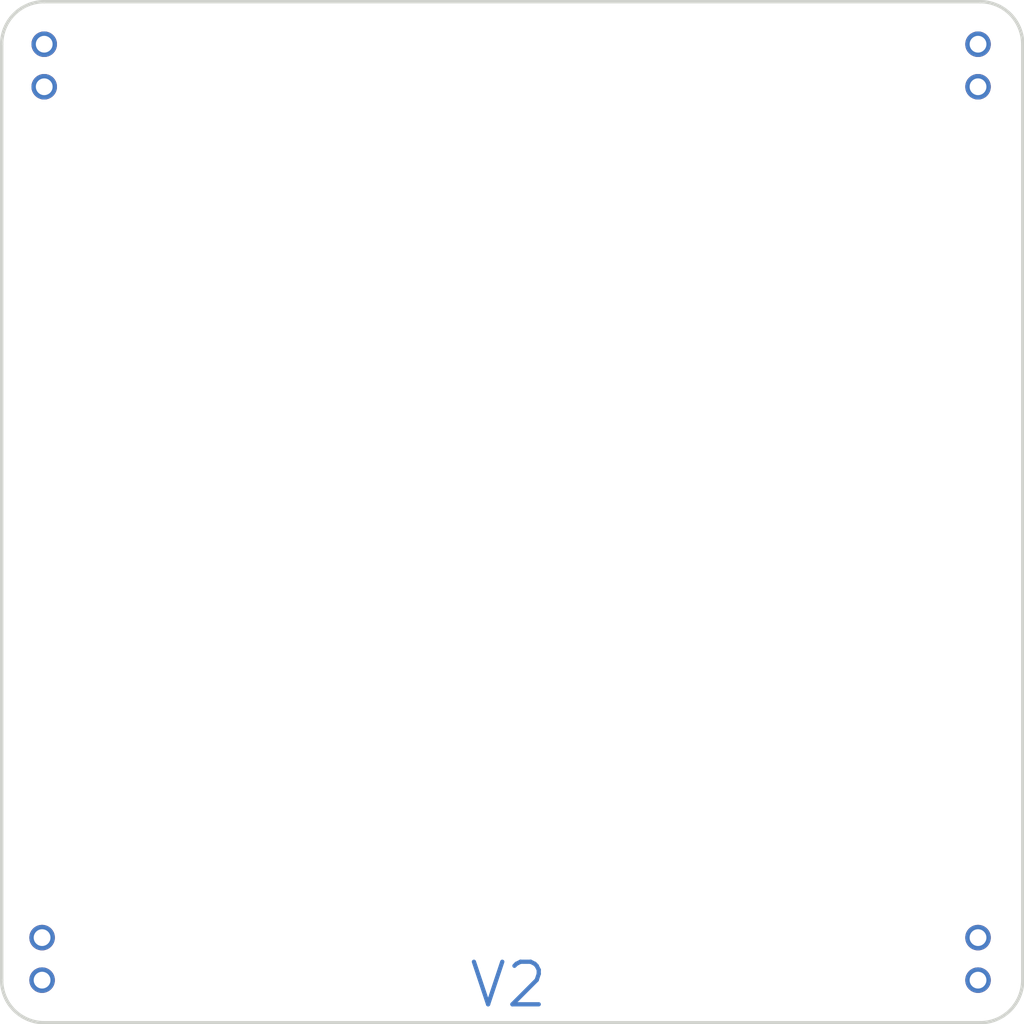
<source format=kicad_pcb>
(kicad_pcb (version 20171130) (host pcbnew "(5.0.1)-4")

  (general
    (thickness 1.6)
    (drawings 9)
    (tracks 0)
    (zones 0)
    (modules 10)
    (nets 1)
  )

  (page A4)
  (layers
    (0 F.Cu signal)
    (31 B.Cu signal)
    (32 B.Adhes user hide)
    (33 F.Adhes user hide)
    (34 B.Paste user hide)
    (35 F.Paste user hide)
    (36 B.SilkS user hide)
    (37 F.SilkS user)
    (38 B.Mask user)
    (39 F.Mask user)
    (40 Dwgs.User user hide)
    (41 Cmts.User user hide)
    (42 Eco1.User user hide)
    (43 Eco2.User user hide)
    (44 Edge.Cuts user)
    (45 Margin user hide)
    (46 B.CrtYd user hide)
    (47 F.CrtYd user hide)
    (48 B.Fab user hide)
    (49 F.Fab user hide)
  )

  (setup
    (last_trace_width 0.254)
    (user_trace_width 0.254)
    (user_trace_width 0.254)
    (trace_clearance 0.1778)
    (zone_clearance 0.254)
    (zone_45_only no)
    (trace_min 0.2032)
    (segment_width 0.2)
    (edge_width 0.2)
    (via_size 0.635)
    (via_drill 0.381)
    (via_min_size 0.381)
    (via_min_drill 0.254)
    (user_via 0.508 0.254)
    (user_via 1.016 0.508)
    (user_via 5.588 3.175)
    (uvia_size 1.27)
    (uvia_drill 0.381)
    (uvias_allowed no)
    (uvia_min_size 0.254)
    (uvia_min_drill 0.1)
    (pcb_text_width 0.3)
    (pcb_text_size 1.5 1.5)
    (mod_edge_width 0.15)
    (mod_text_size 1 1)
    (mod_text_width 0.15)
    (pad_size 1.524 1.524)
    (pad_drill 0.999998)
    (pad_to_mask_clearance 0.2032)
    (solder_mask_min_width 0.254)
    (aux_axis_origin 0 0)
    (visible_elements 7FFFFFFF)
    (pcbplotparams
      (layerselection 0x010e0_ffffffff)
      (usegerberextensions false)
      (usegerberattributes false)
      (usegerberadvancedattributes false)
      (creategerberjobfile false)
      (excludeedgelayer true)
      (linewidth 0.100000)
      (plotframeref false)
      (viasonmask false)
      (mode 1)
      (useauxorigin false)
      (hpglpennumber 1)
      (hpglpenspeed 20)
      (hpglpendiameter 15.000000)
      (psnegative false)
      (psa4output false)
      (plotreference true)
      (plotvalue true)
      (plotinvisibletext false)
      (padsonsilk false)
      (subtractmaskfromsilk false)
      (outputformat 1)
      (mirror false)
      (drillshape 0)
      (scaleselection 1)
      (outputdirectory "PCB2-Order/"))
  )

  (net 0 "")

  (net_class Default "This is the default net class."
    (clearance 0.1778)
    (trace_width 0.254)
    (via_dia 0.635)
    (via_drill 0.381)
    (uvia_dia 1.27)
    (uvia_drill 0.381)
    (diff_pair_gap 2.54)
    (diff_pair_width 2.54)
  )

  (net_class SMT ""
    (clearance 0.1778)
    (trace_width 0.254)
    (via_dia 0.635)
    (via_drill 0.381)
    (uvia_dia 0.508)
    (uvia_drill 0.381)
    (diff_pair_gap 2.54)
    (diff_pair_width 2.54)
  )

  (module Measurement_Points:Measurement_Point_Round-TH_Small (layer F.Cu) (tedit 5D645C48) (tstamp 5D645D0A)
    (at 122.555 109.22)
    (descr "Mesurement Point, Square, Trough Hole,  DM 1.5mm, Drill 0.8mm,")
    (tags "Mesurement Point Round Trough Hole 1.5mm Drill 0.8mm")
    (attr virtual)
    (fp_text reference REF** (at 0 -2) (layer F.SilkS) hide
      (effects (font (size 1 1) (thickness 0.15)))
    )
    (fp_text value Measurement_Point_Round-TH_Small (at 0 2) (layer F.Fab)
      (effects (font (size 1 1) (thickness 0.15)))
    )
    (fp_circle (center 0 0) (end 1 0) (layer F.CrtYd) (width 0.05))
    (pad 1 thru_hole circle (at -0.127 0) (size 1.524 1.524) (drill 0.999998) (layers *.Cu *.Mask))
  )

  (module Measurement_Points:Measurement_Point_Round-TH_Small (layer F.Cu) (tedit 5D645C5A) (tstamp 5D645CF5)
    (at 178.435 109.22)
    (descr "Mesurement Point, Square, Trough Hole,  DM 1.5mm, Drill 0.8mm,")
    (tags "Mesurement Point Round Trough Hole 1.5mm Drill 0.8mm")
    (attr virtual)
    (fp_text reference REF** (at 0 -2) (layer F.SilkS) hide
      (effects (font (size 1 1) (thickness 0.15)))
    )
    (fp_text value Measurement_Point_Round-TH_Small (at 0 2) (layer F.Fab)
      (effects (font (size 1 1) (thickness 0.15)))
    )
    (fp_circle (center 0 0) (end 1 0) (layer F.CrtYd) (width 0.05))
    (pad 1 thru_hole circle (at -0.127 0) (size 1.524 1.524) (drill 0.999998) (layers *.Cu *.Mask))
  )

  (module Measurement_Points:Measurement_Point_Round-TH_Small (layer F.Cu) (tedit 5D645C63) (tstamp 5D645CE0)
    (at 178.435 58.42)
    (descr "Mesurement Point, Square, Trough Hole,  DM 1.5mm, Drill 0.8mm,")
    (tags "Mesurement Point Round Trough Hole 1.5mm Drill 0.8mm")
    (attr virtual)
    (fp_text reference REF** (at 0 -2) (layer F.SilkS) hide
      (effects (font (size 1 1) (thickness 0.15)))
    )
    (fp_text value Measurement_Point_Round-TH_Small (at 0 2) (layer F.Fab)
      (effects (font (size 1 1) (thickness 0.15)))
    )
    (fp_circle (center 0 0) (end 1 0) (layer F.CrtYd) (width 0.05))
    (pad 1 thru_hole circle (at -0.127 0) (size 1.524 1.524) (drill 0.999998) (layers *.Cu *.Mask))
  )

  (module Measurement_Points:Measurement_Point_Round-TH_Small (layer F.Cu) (tedit 5D645C77) (tstamp 5D645CCB)
    (at 122.555 58.42)
    (descr "Mesurement Point, Square, Trough Hole,  DM 1.5mm, Drill 0.8mm,")
    (tags "Mesurement Point Round Trough Hole 1.5mm Drill 0.8mm")
    (attr virtual)
    (fp_text reference REF** (at 0 -2) (layer F.SilkS) hide
      (effects (font (size 1 1) (thickness 0.15)))
    )
    (fp_text value Measurement_Point_Round-TH_Small (at 0 2) (layer F.Fab)
      (effects (font (size 1 1) (thickness 0.15)))
    )
    (fp_circle (center 0 0) (end 1 0) (layer F.CrtYd) (width 0.05))
    (pad 1 thru_hole circle (at 0 0) (size 1.524 1.524) (drill 0.999998) (layers *.Cu *.Mask))
  )

  (module Measurement_Points:Measurement_Point_Round-TH_Small (layer F.Cu) (tedit 5D645C48) (tstamp 5C705284)
    (at 122.555 111.76)
    (descr "Mesurement Point, Square, Trough Hole,  DM 1.5mm, Drill 0.8mm,")
    (tags "Mesurement Point Round Trough Hole 1.5mm Drill 0.8mm")
    (attr virtual)
    (fp_text reference REF** (at 0 -2) (layer F.SilkS) hide
      (effects (font (size 1 1) (thickness 0.15)))
    )
    (fp_text value Measurement_Point_Round-TH_Small (at 0 2) (layer F.Fab)
      (effects (font (size 1 1) (thickness 0.15)))
    )
    (fp_circle (center 0 0) (end 1 0) (layer F.CrtYd) (width 0.05))
    (pad 1 thru_hole circle (at -0.127 0) (size 1.524 1.524) (drill 0.999998) (layers *.Cu *.Mask))
  )

  (module Measurement_Points:Measurement_Point_Round-TH_Small (layer F.Cu) (tedit 5D645C5A) (tstamp 5C70527F)
    (at 178.435 111.76)
    (descr "Mesurement Point, Square, Trough Hole,  DM 1.5mm, Drill 0.8mm,")
    (tags "Mesurement Point Round Trough Hole 1.5mm Drill 0.8mm")
    (attr virtual)
    (fp_text reference REF** (at 0 -2) (layer F.SilkS) hide
      (effects (font (size 1 1) (thickness 0.15)))
    )
    (fp_text value Measurement_Point_Round-TH_Small (at 0 2) (layer F.Fab)
      (effects (font (size 1 1) (thickness 0.15)))
    )
    (fp_circle (center 0 0) (end 1 0) (layer F.CrtYd) (width 0.05))
    (pad 1 thru_hole circle (at -0.127 0) (size 1.524 1.524) (drill 0.999998) (layers *.Cu *.Mask))
  )

  (module Measurement_Points:Measurement_Point_Round-TH_Small (layer F.Cu) (tedit 5D645C77) (tstamp 5C705264)
    (at 122.555 55.88)
    (descr "Mesurement Point, Square, Trough Hole,  DM 1.5mm, Drill 0.8mm,")
    (tags "Mesurement Point Round Trough Hole 1.5mm Drill 0.8mm")
    (attr virtual)
    (fp_text reference REF** (at 0 -2) (layer F.SilkS) hide
      (effects (font (size 1 1) (thickness 0.15)))
    )
    (fp_text value Measurement_Point_Round-TH_Small (at 0 2) (layer F.Fab)
      (effects (font (size 1 1) (thickness 0.15)))
    )
    (fp_circle (center 0 0) (end 1 0) (layer F.CrtYd) (width 0.05))
    (pad 1 thru_hole circle (at 0 0) (size 1.524 1.524) (drill 0.999998) (layers *.Cu *.Mask))
  )

  (module km-noob-badge-kit:km-logo-soldermask (layer F.Cu) (tedit 5C702291) (tstamp 5C6F796B)
    (at 150.495 83.82)
    (fp_text reference G*** (at 0 0) (layer F.SilkS) hide
      (effects (font (size 1.524 1.524) (thickness 0.3)))
    )
    (fp_text value LOGO (at 0.75 0) (layer F.SilkS) hide
      (effects (font (size 1.524 1.524) (thickness 0.3)))
    )
    (fp_poly (pts (xy -6.08759 -25.905587) (xy -4.110666 -25.905372) (xy -1.9762 -25.905146) (xy 0 -25.90506)
      (xy 2.275696 -25.905172) (xy 4.388384 -25.905405) (xy 6.344391 -25.905607) (xy 8.150043 -25.905622)
      (xy 9.811666 -25.905299) (xy 11.335585 -25.904482) (xy 12.728128 -25.903018) (xy 13.995619 -25.900753)
      (xy 15.144385 -25.897534) (xy 16.180752 -25.893207) (xy 17.111045 -25.887619) (xy 17.941592 -25.880615)
      (xy 18.678717 -25.872041) (xy 19.328746 -25.861745) (xy 19.898007 -25.849573) (xy 20.392824 -25.83537)
      (xy 20.819524 -25.818984) (xy 21.184432 -25.800259) (xy 21.493875 -25.779044) (xy 21.754179 -25.755183)
      (xy 21.971669 -25.728524) (xy 22.152672 -25.698912) (xy 22.303514 -25.666194) (xy 22.43052 -25.630216)
      (xy 22.540017 -25.590825) (xy 22.63833 -25.547866) (xy 22.731786 -25.501187) (xy 22.82671 -25.450633)
      (xy 22.929429 -25.39605) (xy 23.029334 -25.345521) (xy 23.422265 -25.127828) (xy 23.788781 -24.862978)
      (xy 24.180289 -24.512049) (xy 24.344759 -24.34959) (xy 24.864654 -23.772007) (xy 25.254087 -23.20452)
      (xy 25.541452 -22.598583) (xy 25.740746 -21.962871) (xy 25.758357 -21.891479) (xy 25.774687 -21.815924)
      (xy 25.789784 -21.729852) (xy 25.803697 -21.62691) (xy 25.816473 -21.500743) (xy 25.828161 -21.344997)
      (xy 25.838809 -21.15332) (xy 25.848467 -20.919356) (xy 25.857181 -20.636752) (xy 25.865002 -20.299154)
      (xy 25.871976 -19.900209) (xy 25.878153 -19.433562) (xy 25.883581 -18.89286) (xy 25.888308 -18.271748)
      (xy 25.892382 -17.563874) (xy 25.895853 -16.762882) (xy 25.898767 -15.86242) (xy 25.901175 -14.856133)
      (xy 25.903124 -13.737667) (xy 25.904662 -12.500669) (xy 25.905838 -11.138785) (xy 25.9067 -9.645661)
      (xy 25.907297 -8.014942) (xy 25.907678 -6.240276) (xy 25.907889 -4.315309) (xy 25.907981 -2.233685)
      (xy 25.908 0) (xy 25.907983 2.24351) (xy 25.9079 4.324044) (xy 25.907702 6.247957)
      (xy 25.907339 8.021607) (xy 25.906763 9.651349) (xy 25.905924 11.143541) (xy 25.904773 12.504539)
      (xy 25.903262 13.740699) (xy 25.901341 14.858379) (xy 25.898961 15.863934) (xy 25.896073 16.763721)
      (xy 25.892628 17.564097) (xy 25.888578 18.271418) (xy 25.883872 18.892041) (xy 25.878461 19.432322)
      (xy 25.872298 19.898618) (xy 25.865332 20.297286) (xy 25.857515 20.634682) (xy 25.848797 20.917162)
      (xy 25.83913 21.151083) (xy 25.828464 21.342802) (xy 25.816751 21.498676) (xy 25.80394 21.625059)
      (xy 25.789984 21.728311) (xy 25.774833 21.814786) (xy 25.758438 21.890841) (xy 25.74075 21.962834)
      (xy 25.738384 21.972107) (xy 25.430761 22.867758) (xy 24.991747 23.659135) (xy 24.419371 24.34835)
      (xy 23.711661 24.937511) (xy 22.866648 25.428731) (xy 22.271406 25.685608) (xy 21.801667 25.865667)
      (xy 0.211667 25.878045) (xy -1.692925 25.87887) (xy -3.555173 25.879154) (xy -5.36783 25.878914)
      (xy -7.123648 25.878169) (xy -8.815381 25.876938) (xy -10.435779 25.875239) (xy -11.977597 25.873091)
      (xy -13.433585 25.870512) (xy -14.796496 25.867521) (xy -16.059084 25.864136) (xy -17.214099 25.860376)
      (xy -18.254296 25.856259) (xy -19.172425 25.851805) (xy -19.961239 25.84703) (xy -20.613491 25.841955)
      (xy -21.121933 25.836598) (xy -21.479318 25.830976) (xy -21.678398 25.825109) (xy -21.717 25.821958)
      (xy -22.575544 25.564151) (xy -23.376123 25.157853) (xy -24.100888 24.619084) (xy -24.731988 23.963864)
      (xy -25.251573 23.208216) (xy -25.641793 22.36816) (xy -25.677408 22.267334) (xy -25.865666 21.717)
      (xy -25.887805 0.274412) (xy -25.890283 -2.015532) (xy -25.892719 -4.14243) (xy -25.894965 -6.112567)
      (xy -25.895563 -6.682279) (xy -22.606 -6.682279) (xy -22.605754 -4.896738) (xy -22.604979 -3.273787)
      (xy -22.60362 -1.806684) (xy -22.601621 -0.488687) (xy -22.598926 0.686948) (xy -22.59548 1.726961)
      (xy -22.591227 2.638097) (xy -22.586112 3.427096) (xy -22.580079 4.100702) (xy -22.573073 4.665657)
      (xy -22.565037 5.128703) (xy -22.555916 5.496583) (xy -22.545656 5.776039) (xy -22.534199 5.973813)
      (xy -22.521491 6.096649) (xy -22.507476 6.151287) (xy -22.500166 6.155229) (xy -22.410531 6.106438)
      (xy -22.186655 5.979935) (xy -21.840873 5.7828) (xy -21.385517 5.522117) (xy -20.83292 5.204965)
      (xy -20.195415 4.838429) (xy -19.485336 4.429588) (xy -18.715016 3.985526) (xy -17.896787 3.513323)
      (xy -17.483666 3.274719) (xy -12.573 0.437764) (xy -12.516393 -0.462279) (xy -12.344022 -1.887677)
      (xy -12.013149 -3.264683) (xy -11.53027 -4.582976) (xy -10.90188 -5.832235) (xy -10.134474 -7.002141)
      (xy -9.23455 -8.082374) (xy -8.208601 -9.062613) (xy -7.063124 -9.932539) (xy -6.230276 -10.449529)
      (xy -5.344216 -10.892164) (xy -4.349737 -11.280942) (xy -3.304171 -11.596649) (xy -2.26485 -11.820071)
      (xy -2.032 -11.856488) (xy -1.501243 -11.909662) (xy -0.861209 -11.937421) (xy -0.167869 -11.940447)
      (xy 0.522809 -11.919421) (xy 1.154856 -11.875025) (xy 1.651 -11.811654) (xy 2.259272 -11.683858)
      (xy 2.94314 -11.501904) (xy 3.642039 -11.284647) (xy 4.295405 -11.050941) (xy 4.842673 -10.81964)
      (xy 4.852656 -10.814914) (xy 5.429645 -10.541) (xy 3.116989 -9.210917) (xy 2.436668 -8.815621)
      (xy 1.865872 -8.475575) (xy 1.412634 -8.195851) (xy 1.084984 -7.981521) (xy 0.890955 -7.837654)
      (xy 0.837452 -7.771583) (xy 0.950771 -7.350411) (xy 0.993045 -7.058581) (xy 0.966642 -6.872841)
      (xy 0.934389 -6.819348) (xy 0.761671 -6.701716) (xy 0.559136 -6.738571) (xy 0.317396 -6.93278)
      (xy 0.223412 -7.036559) (xy -0.074371 -7.384452) (xy -1.751686 -6.431152) (xy -2.235854 -6.155149)
      (xy -2.670989 -5.905524) (xy -3.035328 -5.694891) (xy -3.307109 -5.535862) (xy -3.464572 -5.441049)
      (xy -3.494036 -5.421323) (xy -3.459467 -5.344691) (xy -3.348159 -5.135115) (xy -3.167954 -4.806347)
      (xy -2.926696 -4.372138) (xy -2.63223 -3.846239) (xy -2.292399 -3.242401) (xy -1.915046 -2.574376)
      (xy -1.508015 -1.855915) (xy -1.07915 -1.100769) (xy -0.636294 -0.322689) (xy -0.187292 0.464572)
      (xy 0.260014 1.247265) (xy 0.69778 2.011637) (xy 1.118161 2.743937) (xy 1.513315 3.430415)
      (xy 1.875398 4.057319) (xy 2.196566 4.610897) (xy 2.468975 5.077398) (xy 2.684782 5.443071)
      (xy 2.836142 5.694166) (xy 2.915214 5.816929) (xy 2.918948 5.821747) (xy 2.992361 5.786837)
      (xy 3.187 5.680537) (xy 3.478052 5.517172) (xy 3.840706 5.311066) (xy 4.25015 5.076545)
      (xy 4.681573 4.827932) (xy 5.110163 4.579555) (xy 5.511109 4.345736) (xy 5.859599 4.140801)
      (xy 6.130821 3.979075) (xy 6.299964 3.874883) (xy 6.343815 3.844408) (xy 6.339464 3.750062)
      (xy 6.28653 3.550466) (xy 6.23593 3.399758) (xy 6.14441 3.057568) (xy 6.163158 2.827528)
      (xy 6.295584 2.690426) (xy 6.367002 2.661604) (xy 6.507413 2.664728) (xy 6.685681 2.770306)
      (xy 6.903933 2.966866) (xy 7.270173 3.326304) (xy 9.371253 2.11389) (xy 9.922127 1.795569)
      (xy 10.433435 1.499272) (xy 10.884362 1.237126) (xy 11.254095 1.021258) (xy 11.52182 0.863796)
      (xy 11.666722 0.776868) (xy 11.676569 0.770668) (xy 11.880805 0.639859) (xy 11.821078 1.356033)
      (xy 11.688963 2.392261) (xy 11.462579 3.390265) (xy 11.129141 4.394278) (xy 10.675868 5.448537)
      (xy 10.581622 5.644883) (xy 9.897322 6.859882) (xy 9.078137 7.981292) (xy 8.136024 8.999857)
      (xy 7.082938 9.906317) (xy 5.930835 10.691417) (xy 4.691671 11.345898) (xy 3.377401 11.860502)
      (xy 2.112998 12.202274) (xy 1.521364 12.299297) (xy 0.821623 12.366132) (xy 0.06116 12.402272)
      (xy -0.712637 12.407208) (xy -1.452383 12.380433) (xy -2.110692 12.321439) (xy -2.54 12.25214)
      (xy -3.648803 11.972909) (xy -4.725645 11.609133) (xy -5.70707 11.18251) (xy -5.790876 11.140595)
      (xy -6.644915 10.708113) (xy -14.582937 15.278624) (xy -15.843465 16.004704) (xy -16.964889 16.651427)
      (xy -17.95508 17.223526) (xy -18.821913 17.725737) (xy -19.573258 18.162793) (xy -20.216988 18.53943)
      (xy -20.760976 18.860382) (xy -21.213095 19.130383) (xy -21.581217 19.354168) (xy -21.873213 19.536471)
      (xy -22.096958 19.682027) (xy -22.260323 19.795571) (xy -22.371181 19.881837) (xy -22.437405 19.94556)
      (xy -22.466866 19.991474) (xy -22.468585 20.021067) (xy -22.172268 20.711387) (xy -21.735502 21.330403)
      (xy -21.179898 21.855893) (xy -20.527071 22.265637) (xy -20.115449 22.440412) (xy -20.062861 22.457208)
      (xy -19.998761 22.472736) (xy -19.916606 22.48705) (xy -19.809854 22.500201) (xy -19.671963 22.512242)
      (xy -19.49639 22.523224) (xy -19.276594 22.533198) (xy -19.006032 22.542218) (xy -18.678161 22.550334)
      (xy -18.286441 22.5576) (xy -17.824328 22.564066) (xy -17.285279 22.569784) (xy -16.662754 22.574807)
      (xy -15.950209 22.579187) (xy -15.141103 22.582974) (xy -14.228893 22.586222) (xy -13.207036 22.588982)
      (xy -12.068991 22.591306) (xy -10.808216 22.593246) (xy -9.418168 22.594854) (xy -7.892304 22.596181)
      (xy -6.224084 22.59728) (xy -4.406963 22.598203) (xy -2.434401 22.599001) (xy -0.299855 22.599727)
      (xy -0.025018 22.599814) (xy 19.634964 22.606) (xy 20.180263 22.408067) (xy 20.898614 22.061727)
      (xy 21.508362 21.587448) (xy 22.000495 20.994243) (xy 22.365999 20.291125) (xy 22.408067 20.180263)
      (xy 22.606 19.634964) (xy 22.606 0.009403) (xy 22.60597 -2.141568) (xy 22.605844 -4.129777)
      (xy 22.605569 -5.961797) (xy 22.605093 -7.6442) (xy 22.604365 -9.183558) (xy 22.60333 -10.586441)
      (xy 22.601936 -11.859424) (xy 22.600132 -13.009077) (xy 22.597864 -14.041972) (xy 22.59508 -14.964681)
      (xy 22.591728 -15.783777) (xy 22.587755 -16.505832) (xy 22.583108 -17.137416) (xy 22.577734 -17.685103)
      (xy 22.571582 -18.155464) (xy 22.564599 -18.555072) (xy 22.556733 -18.890497) (xy 22.54793 -19.168313)
      (xy 22.538138 -19.39509) (xy 22.527305 -19.577402) (xy 22.515378 -19.72182) (xy 22.502305 -19.834916)
      (xy 22.488033 -19.923262) (xy 22.472509 -19.99343) (xy 22.455682 -20.051991) (xy 22.445417 -20.082899)
      (xy 22.192043 -20.667074) (xy 21.846883 -21.176955) (xy 21.450435 -21.598238) (xy 21.015295 -21.971435)
      (xy 20.598283 -22.234283) (xy 20.135775 -22.424727) (xy 19.987133 -22.470927) (xy 19.924991 -22.485858)
      (xy 19.839859 -22.499659) (xy 19.725254 -22.512374) (xy 19.5747 -22.524046) (xy 19.381714 -22.53472)
      (xy 19.139819 -22.544439) (xy 18.842534 -22.553247) (xy 18.483379 -22.561188) (xy 18.055875 -22.568305)
      (xy 17.553542 -22.574643) (xy 16.969901 -22.580244) (xy 16.298471 -22.585153) (xy 15.532774 -22.589414)
      (xy 14.666328 -22.59307) (xy 13.692656 -22.596164) (xy 12.605276 -22.598742) (xy 11.39771 -22.600846)
      (xy 10.063477 -22.60252) (xy 8.596098 -22.603808) (xy 6.989093 -22.604753) (xy 5.235983 -22.605401)
      (xy 3.330288 -22.605793) (xy 1.265528 -22.605974) (xy -0.018038 -22.606) (xy -2.16261 -22.60599)
      (xy -4.144454 -22.605921) (xy -5.970177 -22.605736) (xy -7.646383 -22.605377) (xy -9.179679 -22.604787)
      (xy -10.57667 -22.603907) (xy -11.843962 -22.602681) (xy -12.988161 -22.601051) (xy -14.015872 -22.598959)
      (xy -14.933702 -22.596347) (xy -15.748255 -22.593158) (xy -16.466138 -22.589334) (xy -17.093956 -22.584818)
      (xy -17.638315 -22.579552) (xy -18.105821 -22.573478) (xy -18.50308 -22.566539) (xy -18.836696 -22.558678)
      (xy -19.113277 -22.549835) (xy -19.339427 -22.539955) (xy -19.521752 -22.528979) (xy -19.666858 -22.51685)
      (xy -19.781352 -22.50351) (xy -19.871837 -22.488902) (xy -19.944921 -22.472967) (xy -20.007209 -22.455648)
      (xy -20.065307 -22.436889) (xy -20.082816 -22.431001) (xy -20.793622 -22.104966) (xy -21.414288 -21.644334)
      (xy -21.926234 -21.067666) (xy -22.310881 -20.393524) (xy -22.429782 -20.086435) (xy -22.453389 -20.014664)
      (xy -22.474788 -19.940774) (xy -22.494087 -19.856516) (xy -22.511394 -19.753639) (xy -22.526818 -19.623894)
      (xy -22.540467 -19.459031) (xy -22.55245 -19.250799) (xy -22.562876 -18.990948) (xy -22.571852 -18.671229)
      (xy -22.579487 -18.283392) (xy -22.58589 -17.819186) (xy -22.591169 -17.270362) (xy -22.595432 -16.62867)
      (xy -22.598789 -15.885859) (xy -22.601347 -15.033679) (xy -22.603215 -14.063881) (xy -22.604501 -12.968215)
      (xy -22.605314 -11.73843) (xy -22.605763 -10.366277) (xy -22.605955 -8.843505) (xy -22.605999 -7.161865)
      (xy -22.606 -6.682279) (xy -25.895563 -6.682279) (xy -25.896876 -7.932229) (xy -25.898306 -9.607704)
      (xy -25.899108 -11.145276) (xy -25.899135 -12.551233) (xy -25.898243 -13.831861) (xy -25.896284 -14.993447)
      (xy -25.893112 -16.042275) (xy -25.888582 -16.984634) (xy -25.882545 -17.826808) (xy -25.874858 -18.575085)
      (xy -25.865372 -19.235751) (xy -25.853942 -19.815092) (xy -25.840422 -20.319394) (xy -25.824665 -20.754943)
      (xy -25.806526 -21.128027) (xy -25.785857 -21.444931) (xy -25.762513 -21.711941) (xy -25.736347 -21.935344)
      (xy -25.707213 -22.121427) (xy -25.674965 -22.276475) (xy -25.639456 -22.406774) (xy -25.600541 -22.518612)
      (xy -25.558073 -22.618274) (xy -25.511905 -22.712047) (xy -25.461892 -22.806217) (xy -25.407887 -22.907071)
      (xy -25.349744 -23.020894) (xy -25.345602 -23.029333) (xy -24.985403 -23.621299) (xy -24.503691 -24.204122)
      (xy -23.944585 -24.733684) (xy -23.352203 -25.165869) (xy -23.029333 -25.345521) (xy -22.914784 -25.403708)
      (xy -22.813495 -25.457735) (xy -22.719142 -25.507753) (xy -22.625397 -25.553918) (xy -22.525936 -25.596383)
      (xy -22.414432 -25.635301) (xy -22.284558 -25.670827) (xy -22.12999 -25.703114) (xy -21.944401 -25.732316)
      (xy -21.721464 -25.758586) (xy -21.454855 -25.782078) (xy -21.138247 -25.802946) (xy -20.765315 -25.821344)
      (xy -20.329731 -25.837425) (xy -19.82517 -25.851343) (xy -19.245307 -25.863251) (xy -18.583815 -25.873304)
      (xy -17.834368 -25.881655) (xy -16.99064 -25.888458) (xy -16.046305 -25.893866) (xy -14.995038 -25.898033)
      (xy -13.830512 -25.901113) (xy -12.546401 -25.90326) (xy -11.136379 -25.904627) (xy -9.594121 -25.905368)
      (xy -7.9133 -25.905637) (xy -6.08759 -25.905587)) (layer F.Mask) (width 0))
    (fp_poly (pts (xy 17.991667 -10.353404) (xy 18.011727 -6.891202) (xy 18.031786 -3.429) (xy 17.208232 -2.963333)
      (xy 16.809195 -2.73729) (xy 16.403742 -2.506921) (xy 16.050792 -2.305732) (xy 15.88595 -2.211366)
      (xy 15.387222 -1.925066) (xy 15.440676 -2.465366) (xy 15.461161 -2.758837) (xy 15.479056 -3.17421)
      (xy 15.493341 -3.664062) (xy 15.502997 -4.18097) (xy 15.507005 -4.67751) (xy 15.504344 -5.106259)
      (xy 15.500791 -5.261441) (xy 15.438558 -5.459083) (xy 15.299872 -5.551936) (xy 15.134802 -5.513036)
      (xy 15.095433 -5.479719) (xy 15.034007 -5.35175) (xy 14.974165 -5.08787) (xy 14.914859 -4.680415)
      (xy 14.855043 -4.121724) (xy 14.793668 -3.404131) (xy 14.771113 -3.1071) (xy 14.740742 -2.779606)
      (xy 14.705879 -2.531546) (xy 14.672212 -2.399311) (xy 14.658612 -2.387433) (xy 14.567801 -2.432315)
      (xy 14.351534 -2.540955) (xy 14.035351 -2.700472) (xy 13.644792 -2.897983) (xy 13.27596 -3.084829)
      (xy 12.787709 -3.32973) (xy 12.426841 -3.503021) (xy 12.171505 -3.613109) (xy 11.999848 -3.6684)
      (xy 11.890019 -3.677302) (xy 11.820165 -3.64822) (xy 11.817381 -3.645962) (xy 11.717675 -3.543593)
      (xy 11.680163 -3.44002) (xy 11.717054 -3.32501) (xy 11.840557 -3.18833) (xy 12.062882 -3.019745)
      (xy 12.396239 -2.809023) (xy 12.852837 -2.545929) (xy 13.444886 -2.220231) (xy 13.6525 -2.107832)
      (xy 14.018382 -1.906989) (xy 14.323205 -1.733451) (xy 14.539615 -1.603264) (xy 14.64026 -1.532473)
      (xy 14.644153 -1.526133) (xy 14.572788 -1.466812) (xy 14.381584 -1.344413) (xy 14.100101 -1.175562)
      (xy 13.757901 -0.976884) (xy 13.384547 -0.765007) (xy 13.0096 -0.556556) (xy 12.662622 -0.368159)
      (xy 12.373173 -0.216442) (xy 12.170817 -0.118031) (xy 12.08844 -0.088719) (xy 11.993637 -0.131025)
      (xy 11.769218 -0.24996) (xy 11.431529 -0.436307) (xy 10.996916 -0.680852) (xy 10.481725 -0.974379)
      (xy 9.902301 -1.307674) (xy 9.274991 -1.671521) (xy 9.101667 -1.772555) (xy 6.223 -3.452337)
      (xy 6.200902 -6.924326) (xy 6.178803 -10.396315) (xy 7.440174 -11.124824) (xy 7.857721 -11.363601)
      (xy 8.225543 -11.569445) (xy 8.51824 -11.728502) (xy 8.710411 -11.826918) (xy 8.774606 -11.852681)
      (xy 8.854838 -11.7846) (xy 8.97702 -11.612101) (xy 9.047512 -11.492848) (xy 9.253144 -11.138092)
      (xy 9.477319 -10.775357) (xy 9.699119 -10.435786) (xy 9.897623 -10.150519) (xy 10.051915 -9.950697)
      (xy 10.138834 -9.868234) (xy 10.334811 -9.863004) (xy 10.469619 -9.983566) (xy 10.496439 -10.105558)
      (xy 10.451414 -10.278899) (xy 10.326851 -10.570796) (xy 10.134614 -10.957258) (xy 9.886569 -11.414295)
      (xy 9.627476 -11.862676) (xy 9.395768 -12.253019) (xy 10.391718 -12.826802) (xy 10.793769 -13.058473)
      (xy 11.174469 -13.27792) (xy 11.493573 -13.461938) (xy 11.710834 -13.587322) (xy 11.727523 -13.596963)
      (xy 12.067379 -13.793342) (xy 17.991667 -10.353404)) (layer F.Mask) (width 0.01))
  )

  (module km-noob-badge-kit:km-logo-back-soldermask (layer F.Cu) (tedit 5C704D7C) (tstamp 5C704DEE)
    (at 150.495 83.82)
    (fp_text reference G*** (at 0 0) (layer F.SilkS) hide
      (effects (font (size 1.524 1.524) (thickness 0.3)))
    )
    (fp_text value LOGO (at 0.75 0) (layer F.SilkS) hide
      (effects (font (size 1.524 1.524) (thickness 0.3)))
    )
    (fp_poly (pts (xy 17.991667 -10.353404) (xy 18.011727 -6.891202) (xy 18.031786 -3.429) (xy 17.208232 -2.963333)
      (xy 16.809195 -2.73729) (xy 16.403742 -2.506921) (xy 16.050792 -2.305732) (xy 15.88595 -2.211366)
      (xy 15.387222 -1.925066) (xy 15.440676 -2.465366) (xy 15.461161 -2.758837) (xy 15.479056 -3.17421)
      (xy 15.493341 -3.664062) (xy 15.502997 -4.18097) (xy 15.507005 -4.67751) (xy 15.504344 -5.106259)
      (xy 15.500791 -5.261441) (xy 15.438558 -5.459083) (xy 15.299872 -5.551936) (xy 15.134802 -5.513036)
      (xy 15.095433 -5.479719) (xy 15.034007 -5.35175) (xy 14.974165 -5.08787) (xy 14.914859 -4.680415)
      (xy 14.855043 -4.121724) (xy 14.793668 -3.404131) (xy 14.771113 -3.1071) (xy 14.740742 -2.779606)
      (xy 14.705879 -2.531546) (xy 14.672212 -2.399311) (xy 14.658612 -2.387433) (xy 14.567801 -2.432315)
      (xy 14.351534 -2.540955) (xy 14.035351 -2.700472) (xy 13.644792 -2.897983) (xy 13.27596 -3.084829)
      (xy 12.787709 -3.32973) (xy 12.426841 -3.503021) (xy 12.171505 -3.613109) (xy 11.999848 -3.6684)
      (xy 11.890019 -3.677302) (xy 11.820165 -3.64822) (xy 11.817381 -3.645962) (xy 11.717675 -3.543593)
      (xy 11.680163 -3.44002) (xy 11.717054 -3.32501) (xy 11.840557 -3.18833) (xy 12.062882 -3.019745)
      (xy 12.396239 -2.809023) (xy 12.852837 -2.545929) (xy 13.444886 -2.220231) (xy 13.6525 -2.107832)
      (xy 14.018382 -1.906989) (xy 14.323205 -1.733451) (xy 14.539615 -1.603264) (xy 14.64026 -1.532473)
      (xy 14.644153 -1.526133) (xy 14.572788 -1.466812) (xy 14.381584 -1.344413) (xy 14.100101 -1.175562)
      (xy 13.757901 -0.976884) (xy 13.384547 -0.765007) (xy 13.0096 -0.556556) (xy 12.662622 -0.368159)
      (xy 12.373173 -0.216442) (xy 12.170817 -0.118031) (xy 12.08844 -0.088719) (xy 11.993637 -0.131025)
      (xy 11.769218 -0.24996) (xy 11.431529 -0.436307) (xy 10.996916 -0.680852) (xy 10.481725 -0.974379)
      (xy 9.902301 -1.307674) (xy 9.274991 -1.671521) (xy 9.101667 -1.772555) (xy 6.223 -3.452337)
      (xy 6.200902 -6.924326) (xy 6.178803 -10.396315) (xy 7.440174 -11.124824) (xy 7.857721 -11.363601)
      (xy 8.225543 -11.569445) (xy 8.51824 -11.728502) (xy 8.710411 -11.826918) (xy 8.774606 -11.852681)
      (xy 8.854838 -11.7846) (xy 8.97702 -11.612101) (xy 9.047512 -11.492848) (xy 9.253144 -11.138092)
      (xy 9.477319 -10.775357) (xy 9.699119 -10.435786) (xy 9.897623 -10.150519) (xy 10.051915 -9.950697)
      (xy 10.138834 -9.868234) (xy 10.334811 -9.863004) (xy 10.469619 -9.983566) (xy 10.496439 -10.105558)
      (xy 10.451414 -10.278899) (xy 10.326851 -10.570796) (xy 10.134614 -10.957258) (xy 9.886569 -11.414295)
      (xy 9.627476 -11.862676) (xy 9.395768 -12.253019) (xy 10.391718 -12.826802) (xy 10.793769 -13.058473)
      (xy 11.174469 -13.27792) (xy 11.493573 -13.461938) (xy 11.710834 -13.587322) (xy 11.727523 -13.596963)
      (xy 12.067379 -13.793342) (xy 17.991667 -10.353404)) (layer B.Mask) (width 0.01))
    (fp_poly (pts (xy -6.08759 -25.905587) (xy -4.110666 -25.905372) (xy -1.9762 -25.905146) (xy 0 -25.90506)
      (xy 2.275696 -25.905172) (xy 4.388384 -25.905405) (xy 6.344391 -25.905607) (xy 8.150043 -25.905622)
      (xy 9.811666 -25.905299) (xy 11.335585 -25.904482) (xy 12.728128 -25.903018) (xy 13.995619 -25.900753)
      (xy 15.144385 -25.897534) (xy 16.180752 -25.893207) (xy 17.111045 -25.887619) (xy 17.941592 -25.880615)
      (xy 18.678717 -25.872041) (xy 19.328746 -25.861745) (xy 19.898007 -25.849573) (xy 20.392824 -25.83537)
      (xy 20.819524 -25.818984) (xy 21.184432 -25.800259) (xy 21.493875 -25.779044) (xy 21.754179 -25.755183)
      (xy 21.971669 -25.728524) (xy 22.152672 -25.698912) (xy 22.303514 -25.666194) (xy 22.43052 -25.630216)
      (xy 22.540017 -25.590825) (xy 22.63833 -25.547866) (xy 22.731786 -25.501187) (xy 22.82671 -25.450633)
      (xy 22.929429 -25.39605) (xy 23.029334 -25.345521) (xy 23.422265 -25.127828) (xy 23.788781 -24.862978)
      (xy 24.180289 -24.512049) (xy 24.344759 -24.34959) (xy 24.864654 -23.772007) (xy 25.254087 -23.20452)
      (xy 25.541452 -22.598583) (xy 25.740746 -21.962871) (xy 25.758357 -21.891479) (xy 25.774687 -21.815924)
      (xy 25.789784 -21.729852) (xy 25.803697 -21.62691) (xy 25.816473 -21.500743) (xy 25.828161 -21.344997)
      (xy 25.838809 -21.15332) (xy 25.848467 -20.919356) (xy 25.857181 -20.636752) (xy 25.865002 -20.299154)
      (xy 25.871976 -19.900209) (xy 25.878153 -19.433562) (xy 25.883581 -18.89286) (xy 25.888308 -18.271748)
      (xy 25.892382 -17.563874) (xy 25.895853 -16.762882) (xy 25.898767 -15.86242) (xy 25.901175 -14.856133)
      (xy 25.903124 -13.737667) (xy 25.904662 -12.500669) (xy 25.905838 -11.138785) (xy 25.9067 -9.645661)
      (xy 25.907297 -8.014942) (xy 25.907678 -6.240276) (xy 25.907889 -4.315309) (xy 25.907981 -2.233685)
      (xy 25.908 0) (xy 25.907983 2.24351) (xy 25.9079 4.324044) (xy 25.907702 6.247957)
      (xy 25.907339 8.021607) (xy 25.906763 9.651349) (xy 25.905924 11.143541) (xy 25.904773 12.504539)
      (xy 25.903262 13.740699) (xy 25.901341 14.858379) (xy 25.898961 15.863934) (xy 25.896073 16.763721)
      (xy 25.892628 17.564097) (xy 25.888578 18.271418) (xy 25.883872 18.892041) (xy 25.878461 19.432322)
      (xy 25.872298 19.898618) (xy 25.865332 20.297286) (xy 25.857515 20.634682) (xy 25.848797 20.917162)
      (xy 25.83913 21.151083) (xy 25.828464 21.342802) (xy 25.816751 21.498676) (xy 25.80394 21.625059)
      (xy 25.789984 21.728311) (xy 25.774833 21.814786) (xy 25.758438 21.890841) (xy 25.74075 21.962834)
      (xy 25.738384 21.972107) (xy 25.430761 22.867758) (xy 24.991747 23.659135) (xy 24.419371 24.34835)
      (xy 23.711661 24.937511) (xy 22.866648 25.428731) (xy 22.271406 25.685608) (xy 21.801667 25.865667)
      (xy 0.211667 25.878045) (xy -1.692925 25.87887) (xy -3.555173 25.879154) (xy -5.36783 25.878914)
      (xy -7.123648 25.878169) (xy -8.815381 25.876938) (xy -10.435779 25.875239) (xy -11.977597 25.873091)
      (xy -13.433585 25.870512) (xy -14.796496 25.867521) (xy -16.059084 25.864136) (xy -17.214099 25.860376)
      (xy -18.254296 25.856259) (xy -19.172425 25.851805) (xy -19.961239 25.84703) (xy -20.613491 25.841955)
      (xy -21.121933 25.836598) (xy -21.479318 25.830976) (xy -21.678398 25.825109) (xy -21.717 25.821958)
      (xy -22.575544 25.564151) (xy -23.376123 25.157853) (xy -24.100888 24.619084) (xy -24.731988 23.963864)
      (xy -25.251573 23.208216) (xy -25.641793 22.36816) (xy -25.677408 22.267334) (xy -25.865666 21.717)
      (xy -25.887805 0.274412) (xy -25.890283 -2.015532) (xy -25.892719 -4.14243) (xy -25.894965 -6.112567)
      (xy -25.895563 -6.682279) (xy -22.606 -6.682279) (xy -22.605754 -4.896738) (xy -22.604979 -3.273787)
      (xy -22.60362 -1.806684) (xy -22.601621 -0.488687) (xy -22.598926 0.686948) (xy -22.59548 1.726961)
      (xy -22.591227 2.638097) (xy -22.586112 3.427096) (xy -22.580079 4.100702) (xy -22.573073 4.665657)
      (xy -22.565037 5.128703) (xy -22.555916 5.496583) (xy -22.545656 5.776039) (xy -22.534199 5.973813)
      (xy -22.521491 6.096649) (xy -22.507476 6.151287) (xy -22.500166 6.155229) (xy -22.410531 6.106438)
      (xy -22.186655 5.979935) (xy -21.840873 5.7828) (xy -21.385517 5.522117) (xy -20.83292 5.204965)
      (xy -20.195415 4.838429) (xy -19.485336 4.429588) (xy -18.715016 3.985526) (xy -17.896787 3.513323)
      (xy -17.483666 3.274719) (xy -12.573 0.437764) (xy -12.516393 -0.462279) (xy -12.344022 -1.887677)
      (xy -12.013149 -3.264683) (xy -11.53027 -4.582976) (xy -10.90188 -5.832235) (xy -10.134474 -7.002141)
      (xy -9.23455 -8.082374) (xy -8.208601 -9.062613) (xy -7.063124 -9.932539) (xy -6.230276 -10.449529)
      (xy -5.344216 -10.892164) (xy -4.349737 -11.280942) (xy -3.304171 -11.596649) (xy -2.26485 -11.820071)
      (xy -2.032 -11.856488) (xy -1.501243 -11.909662) (xy -0.861209 -11.937421) (xy -0.167869 -11.940447)
      (xy 0.522809 -11.919421) (xy 1.154856 -11.875025) (xy 1.651 -11.811654) (xy 2.259272 -11.683858)
      (xy 2.94314 -11.501904) (xy 3.642039 -11.284647) (xy 4.295405 -11.050941) (xy 4.842673 -10.81964)
      (xy 4.852656 -10.814914) (xy 5.429645 -10.541) (xy 3.116989 -9.210917) (xy 2.436668 -8.815621)
      (xy 1.865872 -8.475575) (xy 1.412634 -8.195851) (xy 1.084984 -7.981521) (xy 0.890955 -7.837654)
      (xy 0.837452 -7.771583) (xy 0.950771 -7.350411) (xy 0.993045 -7.058581) (xy 0.966642 -6.872841)
      (xy 0.934389 -6.819348) (xy 0.761671 -6.701716) (xy 0.559136 -6.738571) (xy 0.317396 -6.93278)
      (xy 0.223412 -7.036559) (xy -0.074371 -7.384452) (xy -1.751686 -6.431152) (xy -2.235854 -6.155149)
      (xy -2.670989 -5.905524) (xy -3.035328 -5.694891) (xy -3.307109 -5.535862) (xy -3.464572 -5.441049)
      (xy -3.494036 -5.421323) (xy -3.459467 -5.344691) (xy -3.348159 -5.135115) (xy -3.167954 -4.806347)
      (xy -2.926696 -4.372138) (xy -2.63223 -3.846239) (xy -2.292399 -3.242401) (xy -1.915046 -2.574376)
      (xy -1.508015 -1.855915) (xy -1.07915 -1.100769) (xy -0.636294 -0.322689) (xy -0.187292 0.464572)
      (xy 0.260014 1.247265) (xy 0.69778 2.011637) (xy 1.118161 2.743937) (xy 1.513315 3.430415)
      (xy 1.875398 4.057319) (xy 2.196566 4.610897) (xy 2.468975 5.077398) (xy 2.684782 5.443071)
      (xy 2.836142 5.694166) (xy 2.915214 5.816929) (xy 2.918948 5.821747) (xy 2.992361 5.786837)
      (xy 3.187 5.680537) (xy 3.478052 5.517172) (xy 3.840706 5.311066) (xy 4.25015 5.076545)
      (xy 4.681573 4.827932) (xy 5.110163 4.579555) (xy 5.511109 4.345736) (xy 5.859599 4.140801)
      (xy 6.130821 3.979075) (xy 6.299964 3.874883) (xy 6.343815 3.844408) (xy 6.339464 3.750062)
      (xy 6.28653 3.550466) (xy 6.23593 3.399758) (xy 6.14441 3.057568) (xy 6.163158 2.827528)
      (xy 6.295584 2.690426) (xy 6.367002 2.661604) (xy 6.507413 2.664728) (xy 6.685681 2.770306)
      (xy 6.903933 2.966866) (xy 7.270173 3.326304) (xy 9.371253 2.11389) (xy 9.922127 1.795569)
      (xy 10.433435 1.499272) (xy 10.884362 1.237126) (xy 11.254095 1.021258) (xy 11.52182 0.863796)
      (xy 11.666722 0.776868) (xy 11.676569 0.770668) (xy 11.880805 0.639859) (xy 11.821078 1.356033)
      (xy 11.688963 2.392261) (xy 11.462579 3.390265) (xy 11.129141 4.394278) (xy 10.675868 5.448537)
      (xy 10.581622 5.644883) (xy 9.897322 6.859882) (xy 9.078137 7.981292) (xy 8.136024 8.999857)
      (xy 7.082938 9.906317) (xy 5.930835 10.691417) (xy 4.691671 11.345898) (xy 3.377401 11.860502)
      (xy 2.112998 12.202274) (xy 1.521364 12.299297) (xy 0.821623 12.366132) (xy 0.06116 12.402272)
      (xy -0.712637 12.407208) (xy -1.452383 12.380433) (xy -2.110692 12.321439) (xy -2.54 12.25214)
      (xy -3.648803 11.972909) (xy -4.725645 11.609133) (xy -5.70707 11.18251) (xy -5.790876 11.140595)
      (xy -6.644915 10.708113) (xy -14.582937 15.278624) (xy -15.843465 16.004704) (xy -16.964889 16.651427)
      (xy -17.95508 17.223526) (xy -18.821913 17.725737) (xy -19.573258 18.162793) (xy -20.216988 18.53943)
      (xy -20.760976 18.860382) (xy -21.213095 19.130383) (xy -21.581217 19.354168) (xy -21.873213 19.536471)
      (xy -22.096958 19.682027) (xy -22.260323 19.795571) (xy -22.371181 19.881837) (xy -22.437405 19.94556)
      (xy -22.466866 19.991474) (xy -22.468585 20.021067) (xy -22.172268 20.711387) (xy -21.735502 21.330403)
      (xy -21.179898 21.855893) (xy -20.527071 22.265637) (xy -20.115449 22.440412) (xy -20.062861 22.457208)
      (xy -19.998761 22.472736) (xy -19.916606 22.48705) (xy -19.809854 22.500201) (xy -19.671963 22.512242)
      (xy -19.49639 22.523224) (xy -19.276594 22.533198) (xy -19.006032 22.542218) (xy -18.678161 22.550334)
      (xy -18.286441 22.5576) (xy -17.824328 22.564066) (xy -17.285279 22.569784) (xy -16.662754 22.574807)
      (xy -15.950209 22.579187) (xy -15.141103 22.582974) (xy -14.228893 22.586222) (xy -13.207036 22.588982)
      (xy -12.068991 22.591306) (xy -10.808216 22.593246) (xy -9.418168 22.594854) (xy -7.892304 22.596181)
      (xy -6.224084 22.59728) (xy -4.406963 22.598203) (xy -2.434401 22.599001) (xy -0.299855 22.599727)
      (xy -0.025018 22.599814) (xy 19.634964 22.606) (xy 20.180263 22.408067) (xy 20.898614 22.061727)
      (xy 21.508362 21.587448) (xy 22.000495 20.994243) (xy 22.365999 20.291125) (xy 22.408067 20.180263)
      (xy 22.606 19.634964) (xy 22.606 0.009403) (xy 22.60597 -2.141568) (xy 22.605844 -4.129777)
      (xy 22.605569 -5.961797) (xy 22.605093 -7.6442) (xy 22.604365 -9.183558) (xy 22.60333 -10.586441)
      (xy 22.601936 -11.859424) (xy 22.600132 -13.009077) (xy 22.597864 -14.041972) (xy 22.59508 -14.964681)
      (xy 22.591728 -15.783777) (xy 22.587755 -16.505832) (xy 22.583108 -17.137416) (xy 22.577734 -17.685103)
      (xy 22.571582 -18.155464) (xy 22.564599 -18.555072) (xy 22.556733 -18.890497) (xy 22.54793 -19.168313)
      (xy 22.538138 -19.39509) (xy 22.527305 -19.577402) (xy 22.515378 -19.72182) (xy 22.502305 -19.834916)
      (xy 22.488033 -19.923262) (xy 22.472509 -19.99343) (xy 22.455682 -20.051991) (xy 22.445417 -20.082899)
      (xy 22.192043 -20.667074) (xy 21.846883 -21.176955) (xy 21.450435 -21.598238) (xy 21.015295 -21.971435)
      (xy 20.598283 -22.234283) (xy 20.135775 -22.424727) (xy 19.987133 -22.470927) (xy 19.924991 -22.485858)
      (xy 19.839859 -22.499659) (xy 19.725254 -22.512374) (xy 19.5747 -22.524046) (xy 19.381714 -22.53472)
      (xy 19.139819 -22.544439) (xy 18.842534 -22.553247) (xy 18.483379 -22.561188) (xy 18.055875 -22.568305)
      (xy 17.553542 -22.574643) (xy 16.969901 -22.580244) (xy 16.298471 -22.585153) (xy 15.532774 -22.589414)
      (xy 14.666328 -22.59307) (xy 13.692656 -22.596164) (xy 12.605276 -22.598742) (xy 11.39771 -22.600846)
      (xy 10.063477 -22.60252) (xy 8.596098 -22.603808) (xy 6.989093 -22.604753) (xy 5.235983 -22.605401)
      (xy 3.330288 -22.605793) (xy 1.265528 -22.605974) (xy -0.018038 -22.606) (xy -2.16261 -22.60599)
      (xy -4.144454 -22.605921) (xy -5.970177 -22.605736) (xy -7.646383 -22.605377) (xy -9.179679 -22.604787)
      (xy -10.57667 -22.603907) (xy -11.843962 -22.602681) (xy -12.988161 -22.601051) (xy -14.015872 -22.598959)
      (xy -14.933702 -22.596347) (xy -15.748255 -22.593158) (xy -16.466138 -22.589334) (xy -17.093956 -22.584818)
      (xy -17.638315 -22.579552) (xy -18.105821 -22.573478) (xy -18.50308 -22.566539) (xy -18.836696 -22.558678)
      (xy -19.113277 -22.549835) (xy -19.339427 -22.539955) (xy -19.521752 -22.528979) (xy -19.666858 -22.51685)
      (xy -19.781352 -22.50351) (xy -19.871837 -22.488902) (xy -19.944921 -22.472967) (xy -20.007209 -22.455648)
      (xy -20.065307 -22.436889) (xy -20.082816 -22.431001) (xy -20.793622 -22.104966) (xy -21.414288 -21.644334)
      (xy -21.926234 -21.067666) (xy -22.310881 -20.393524) (xy -22.429782 -20.086435) (xy -22.453389 -20.014664)
      (xy -22.474788 -19.940774) (xy -22.494087 -19.856516) (xy -22.511394 -19.753639) (xy -22.526818 -19.623894)
      (xy -22.540467 -19.459031) (xy -22.55245 -19.250799) (xy -22.562876 -18.990948) (xy -22.571852 -18.671229)
      (xy -22.579487 -18.283392) (xy -22.58589 -17.819186) (xy -22.591169 -17.270362) (xy -22.595432 -16.62867)
      (xy -22.598789 -15.885859) (xy -22.601347 -15.033679) (xy -22.603215 -14.063881) (xy -22.604501 -12.968215)
      (xy -22.605314 -11.73843) (xy -22.605763 -10.366277) (xy -22.605955 -8.843505) (xy -22.605999 -7.161865)
      (xy -22.606 -6.682279) (xy -25.895563 -6.682279) (xy -25.896876 -7.932229) (xy -25.898306 -9.607704)
      (xy -25.899108 -11.145276) (xy -25.899135 -12.551233) (xy -25.898243 -13.831861) (xy -25.896284 -14.993447)
      (xy -25.893112 -16.042275) (xy -25.888582 -16.984634) (xy -25.882545 -17.826808) (xy -25.874858 -18.575085)
      (xy -25.865372 -19.235751) (xy -25.853942 -19.815092) (xy -25.840422 -20.319394) (xy -25.824665 -20.754943)
      (xy -25.806526 -21.128027) (xy -25.785857 -21.444931) (xy -25.762513 -21.711941) (xy -25.736347 -21.935344)
      (xy -25.707213 -22.121427) (xy -25.674965 -22.276475) (xy -25.639456 -22.406774) (xy -25.600541 -22.518612)
      (xy -25.558073 -22.618274) (xy -25.511905 -22.712047) (xy -25.461892 -22.806217) (xy -25.407887 -22.907071)
      (xy -25.349744 -23.020894) (xy -25.345602 -23.029333) (xy -24.985403 -23.621299) (xy -24.503691 -24.204122)
      (xy -23.944585 -24.733684) (xy -23.352203 -25.165869) (xy -23.029333 -25.345521) (xy -22.914784 -25.403708)
      (xy -22.813495 -25.457735) (xy -22.719142 -25.507753) (xy -22.625397 -25.553918) (xy -22.525936 -25.596383)
      (xy -22.414432 -25.635301) (xy -22.284558 -25.670827) (xy -22.12999 -25.703114) (xy -21.944401 -25.732316)
      (xy -21.721464 -25.758586) (xy -21.454855 -25.782078) (xy -21.138247 -25.802946) (xy -20.765315 -25.821344)
      (xy -20.329731 -25.837425) (xy -19.82517 -25.851343) (xy -19.245307 -25.863251) (xy -18.583815 -25.873304)
      (xy -17.834368 -25.881655) (xy -16.99064 -25.888458) (xy -16.046305 -25.893866) (xy -14.995038 -25.898033)
      (xy -13.830512 -25.901113) (xy -12.546401 -25.90326) (xy -11.136379 -25.904627) (xy -9.594121 -25.905368)
      (xy -7.9133 -25.905637) (xy -6.08759 -25.905587)) (layer B.Mask) (width 0))
  )

  (module Measurement_Points:Measurement_Point_Round-TH_Small (layer F.Cu) (tedit 5D645C63) (tstamp 5C705226)
    (at 178.435 55.88)
    (descr "Mesurement Point, Square, Trough Hole,  DM 1.5mm, Drill 0.8mm,")
    (tags "Mesurement Point Round Trough Hole 1.5mm Drill 0.8mm")
    (attr virtual)
    (fp_text reference REF** (at 0 -2) (layer F.SilkS) hide
      (effects (font (size 1 1) (thickness 0.15)))
    )
    (fp_text value Measurement_Point_Round-TH_Small (at 0 2) (layer F.Fab)
      (effects (font (size 1 1) (thickness 0.15)))
    )
    (fp_circle (center 0 0) (end 1 0) (layer F.CrtYd) (width 0.05))
    (pad 1 thru_hole circle (at -0.127 0) (size 1.524 1.524) (drill 0.999998) (layers *.Cu *.Mask))
  )

  (gr_arc (start 178.435 111.76) (end 178.435 114.3) (angle -90) (layer Edge.Cuts) (width 0.2) (tstamp 5D645EC1))
  (gr_arc (start 122.555 111.76) (end 120.015 111.76) (angle -90) (layer Edge.Cuts) (width 0.2) (tstamp 5D645EB4))
  (gr_arc (start 122.555 55.88) (end 122.555 53.34) (angle -90) (layer Edge.Cuts) (width 0.2) (tstamp 5D645E87))
  (gr_arc (start 178.435 55.88) (end 180.975 55.88) (angle -90) (layer Edge.Cuts) (width 0.2))
  (gr_text V2 (at 150.2664 112.0394) (layer B.Cu)
    (effects (font (size 2.54 2.54) (thickness 0.254)))
  )
  (gr_line (start 120.015 55.88) (end 120.015 111.76) (layer Edge.Cuts) (width 0.2))
  (gr_line (start 178.435 114.3) (end 122.555 114.3) (layer Edge.Cuts) (width 0.2))
  (gr_line (start 180.975 55.88) (end 180.975 111.76) (layer Edge.Cuts) (width 0.2))
  (gr_line (start 122.555 53.34) (end 178.435 53.34) (layer Edge.Cuts) (width 0.2))

)

</source>
